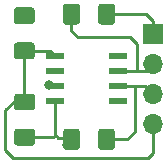
<source format=gbr>
G04 #@! TF.GenerationSoftware,KiCad,Pcbnew,5.0.1-33cea8e~68~ubuntu18.04.1*
G04 #@! TF.CreationDate,2018-11-27T00:32:40+01:00*
G04 #@! TF.ProjectId,AS5600_moveo_2,4153353630305F6D6F76656F5F322E6B,rev?*
G04 #@! TF.SameCoordinates,Original*
G04 #@! TF.FileFunction,Copper,L2,Bot,Signal*
G04 #@! TF.FilePolarity,Positive*
%FSLAX46Y46*%
G04 Gerber Fmt 4.6, Leading zero omitted, Abs format (unit mm)*
G04 Created by KiCad (PCBNEW 5.0.1-33cea8e~68~ubuntu18.04.1) date mar 27 nov 2018 00:32:40 CET*
%MOMM*%
%LPD*%
G01*
G04 APERTURE LIST*
G04 #@! TA.AperFunction,Conductor*
%ADD10C,0.100000*%
G04 #@! TD*
G04 #@! TA.AperFunction,SMDPad,CuDef*
%ADD11C,1.425000*%
G04 #@! TD*
G04 #@! TA.AperFunction,ComponentPad*
%ADD12R,1.700000X1.700000*%
G04 #@! TD*
G04 #@! TA.AperFunction,ComponentPad*
%ADD13O,1.700000X1.700000*%
G04 #@! TD*
G04 #@! TA.AperFunction,SMDPad,CuDef*
%ADD14R,1.550000X0.600000*%
G04 #@! TD*
G04 #@! TA.AperFunction,ViaPad*
%ADD15C,0.800000*%
G04 #@! TD*
G04 #@! TA.AperFunction,Conductor*
%ADD16C,0.250000*%
G04 #@! TD*
G04 APERTURE END LIST*
D10*
G04 #@! TO.N,GND*
G04 #@! TO.C,C1*
G36*
X143067304Y-85942304D02*
X143091573Y-85945904D01*
X143115371Y-85951865D01*
X143138471Y-85960130D01*
X143160649Y-85970620D01*
X143181693Y-85983233D01*
X143201398Y-85997847D01*
X143219577Y-86014323D01*
X143236053Y-86032502D01*
X143250667Y-86052207D01*
X143263280Y-86073251D01*
X143273770Y-86095429D01*
X143282035Y-86118529D01*
X143287996Y-86142327D01*
X143291596Y-86166596D01*
X143292800Y-86191100D01*
X143292800Y-87116100D01*
X143291596Y-87140604D01*
X143287996Y-87164873D01*
X143282035Y-87188671D01*
X143273770Y-87211771D01*
X143263280Y-87233949D01*
X143250667Y-87254993D01*
X143236053Y-87274698D01*
X143219577Y-87292877D01*
X143201398Y-87309353D01*
X143181693Y-87323967D01*
X143160649Y-87336580D01*
X143138471Y-87347070D01*
X143115371Y-87355335D01*
X143091573Y-87361296D01*
X143067304Y-87364896D01*
X143042800Y-87366100D01*
X141792800Y-87366100D01*
X141768296Y-87364896D01*
X141744027Y-87361296D01*
X141720229Y-87355335D01*
X141697129Y-87347070D01*
X141674951Y-87336580D01*
X141653907Y-87323967D01*
X141634202Y-87309353D01*
X141616023Y-87292877D01*
X141599547Y-87274698D01*
X141584933Y-87254993D01*
X141572320Y-87233949D01*
X141561830Y-87211771D01*
X141553565Y-87188671D01*
X141547604Y-87164873D01*
X141544004Y-87140604D01*
X141542800Y-87116100D01*
X141542800Y-86191100D01*
X141544004Y-86166596D01*
X141547604Y-86142327D01*
X141553565Y-86118529D01*
X141561830Y-86095429D01*
X141572320Y-86073251D01*
X141584933Y-86052207D01*
X141599547Y-86032502D01*
X141616023Y-86014323D01*
X141634202Y-85997847D01*
X141653907Y-85983233D01*
X141674951Y-85970620D01*
X141697129Y-85960130D01*
X141720229Y-85951865D01*
X141744027Y-85945904D01*
X141768296Y-85942304D01*
X141792800Y-85941100D01*
X143042800Y-85941100D01*
X143067304Y-85942304D01*
X143067304Y-85942304D01*
G37*
D11*
G04 #@! TD*
G04 #@! TO.P,C1,2*
G04 #@! TO.N,GND*
X142417800Y-86653600D03*
D10*
G04 #@! TO.N,5V*
G04 #@! TO.C,C1*
G36*
X143067304Y-88917304D02*
X143091573Y-88920904D01*
X143115371Y-88926865D01*
X143138471Y-88935130D01*
X143160649Y-88945620D01*
X143181693Y-88958233D01*
X143201398Y-88972847D01*
X143219577Y-88989323D01*
X143236053Y-89007502D01*
X143250667Y-89027207D01*
X143263280Y-89048251D01*
X143273770Y-89070429D01*
X143282035Y-89093529D01*
X143287996Y-89117327D01*
X143291596Y-89141596D01*
X143292800Y-89166100D01*
X143292800Y-90091100D01*
X143291596Y-90115604D01*
X143287996Y-90139873D01*
X143282035Y-90163671D01*
X143273770Y-90186771D01*
X143263280Y-90208949D01*
X143250667Y-90229993D01*
X143236053Y-90249698D01*
X143219577Y-90267877D01*
X143201398Y-90284353D01*
X143181693Y-90298967D01*
X143160649Y-90311580D01*
X143138471Y-90322070D01*
X143115371Y-90330335D01*
X143091573Y-90336296D01*
X143067304Y-90339896D01*
X143042800Y-90341100D01*
X141792800Y-90341100D01*
X141768296Y-90339896D01*
X141744027Y-90336296D01*
X141720229Y-90330335D01*
X141697129Y-90322070D01*
X141674951Y-90311580D01*
X141653907Y-90298967D01*
X141634202Y-90284353D01*
X141616023Y-90267877D01*
X141599547Y-90249698D01*
X141584933Y-90229993D01*
X141572320Y-90208949D01*
X141561830Y-90186771D01*
X141553565Y-90163671D01*
X141547604Y-90139873D01*
X141544004Y-90115604D01*
X141542800Y-90091100D01*
X141542800Y-89166100D01*
X141544004Y-89141596D01*
X141547604Y-89117327D01*
X141553565Y-89093529D01*
X141561830Y-89070429D01*
X141572320Y-89048251D01*
X141584933Y-89027207D01*
X141599547Y-89007502D01*
X141616023Y-88989323D01*
X141634202Y-88972847D01*
X141653907Y-88958233D01*
X141674951Y-88945620D01*
X141697129Y-88935130D01*
X141720229Y-88926865D01*
X141744027Y-88920904D01*
X141768296Y-88917304D01*
X141792800Y-88916100D01*
X143042800Y-88916100D01*
X143067304Y-88917304D01*
X143067304Y-88917304D01*
G37*
D11*
G04 #@! TD*
G04 #@! TO.P,C1,1*
G04 #@! TO.N,5V*
X142417800Y-89628600D03*
D10*
G04 #@! TO.N,GND*
G04 #@! TO.C,C2*
G36*
X143029204Y-81613304D02*
X143053473Y-81616904D01*
X143077271Y-81622865D01*
X143100371Y-81631130D01*
X143122549Y-81641620D01*
X143143593Y-81654233D01*
X143163298Y-81668847D01*
X143181477Y-81685323D01*
X143197953Y-81703502D01*
X143212567Y-81723207D01*
X143225180Y-81744251D01*
X143235670Y-81766429D01*
X143243935Y-81789529D01*
X143249896Y-81813327D01*
X143253496Y-81837596D01*
X143254700Y-81862100D01*
X143254700Y-82787100D01*
X143253496Y-82811604D01*
X143249896Y-82835873D01*
X143243935Y-82859671D01*
X143235670Y-82882771D01*
X143225180Y-82904949D01*
X143212567Y-82925993D01*
X143197953Y-82945698D01*
X143181477Y-82963877D01*
X143163298Y-82980353D01*
X143143593Y-82994967D01*
X143122549Y-83007580D01*
X143100371Y-83018070D01*
X143077271Y-83026335D01*
X143053473Y-83032296D01*
X143029204Y-83035896D01*
X143004700Y-83037100D01*
X141754700Y-83037100D01*
X141730196Y-83035896D01*
X141705927Y-83032296D01*
X141682129Y-83026335D01*
X141659029Y-83018070D01*
X141636851Y-83007580D01*
X141615807Y-82994967D01*
X141596102Y-82980353D01*
X141577923Y-82963877D01*
X141561447Y-82945698D01*
X141546833Y-82925993D01*
X141534220Y-82904949D01*
X141523730Y-82882771D01*
X141515465Y-82859671D01*
X141509504Y-82835873D01*
X141505904Y-82811604D01*
X141504700Y-82787100D01*
X141504700Y-81862100D01*
X141505904Y-81837596D01*
X141509504Y-81813327D01*
X141515465Y-81789529D01*
X141523730Y-81766429D01*
X141534220Y-81744251D01*
X141546833Y-81723207D01*
X141561447Y-81703502D01*
X141577923Y-81685323D01*
X141596102Y-81668847D01*
X141615807Y-81654233D01*
X141636851Y-81641620D01*
X141659029Y-81631130D01*
X141682129Y-81622865D01*
X141705927Y-81616904D01*
X141730196Y-81613304D01*
X141754700Y-81612100D01*
X143004700Y-81612100D01*
X143029204Y-81613304D01*
X143029204Y-81613304D01*
G37*
D11*
G04 #@! TD*
G04 #@! TO.P,C2,2*
G04 #@! TO.N,GND*
X142379700Y-82324600D03*
D10*
G04 #@! TO.N,+3V3*
G04 #@! TO.C,C2*
G36*
X143029204Y-78638304D02*
X143053473Y-78641904D01*
X143077271Y-78647865D01*
X143100371Y-78656130D01*
X143122549Y-78666620D01*
X143143593Y-78679233D01*
X143163298Y-78693847D01*
X143181477Y-78710323D01*
X143197953Y-78728502D01*
X143212567Y-78748207D01*
X143225180Y-78769251D01*
X143235670Y-78791429D01*
X143243935Y-78814529D01*
X143249896Y-78838327D01*
X143253496Y-78862596D01*
X143254700Y-78887100D01*
X143254700Y-79812100D01*
X143253496Y-79836604D01*
X143249896Y-79860873D01*
X143243935Y-79884671D01*
X143235670Y-79907771D01*
X143225180Y-79929949D01*
X143212567Y-79950993D01*
X143197953Y-79970698D01*
X143181477Y-79988877D01*
X143163298Y-80005353D01*
X143143593Y-80019967D01*
X143122549Y-80032580D01*
X143100371Y-80043070D01*
X143077271Y-80051335D01*
X143053473Y-80057296D01*
X143029204Y-80060896D01*
X143004700Y-80062100D01*
X141754700Y-80062100D01*
X141730196Y-80060896D01*
X141705927Y-80057296D01*
X141682129Y-80051335D01*
X141659029Y-80043070D01*
X141636851Y-80032580D01*
X141615807Y-80019967D01*
X141596102Y-80005353D01*
X141577923Y-79988877D01*
X141561447Y-79970698D01*
X141546833Y-79950993D01*
X141534220Y-79929949D01*
X141523730Y-79907771D01*
X141515465Y-79884671D01*
X141509504Y-79860873D01*
X141505904Y-79836604D01*
X141504700Y-79812100D01*
X141504700Y-78887100D01*
X141505904Y-78862596D01*
X141509504Y-78838327D01*
X141515465Y-78814529D01*
X141523730Y-78791429D01*
X141534220Y-78769251D01*
X141546833Y-78748207D01*
X141561447Y-78728502D01*
X141577923Y-78710323D01*
X141596102Y-78693847D01*
X141615807Y-78679233D01*
X141636851Y-78666620D01*
X141659029Y-78656130D01*
X141682129Y-78647865D01*
X141705927Y-78641904D01*
X141730196Y-78638304D01*
X141754700Y-78637100D01*
X143004700Y-78637100D01*
X143029204Y-78638304D01*
X143029204Y-78638304D01*
G37*
D11*
G04 #@! TD*
G04 #@! TO.P,C2,1*
G04 #@! TO.N,+3V3*
X142379700Y-79349600D03*
D12*
G04 #@! TO.P,J1,1*
G04 #@! TO.N,5V*
X153276300Y-80886300D03*
D13*
G04 #@! TO.P,J1,2*
G04 #@! TO.N,SDA*
X153276300Y-83426300D03*
G04 #@! TO.P,J1,3*
G04 #@! TO.N,SCL*
X153276300Y-85966300D03*
G04 #@! TO.P,J1,4*
G04 #@! TO.N,GND*
X153276300Y-88506300D03*
G04 #@! TD*
D10*
G04 #@! TO.N,SCL*
G04 #@! TO.C,R1*
G36*
X149840604Y-88940604D02*
X149864873Y-88944204D01*
X149888671Y-88950165D01*
X149911771Y-88958430D01*
X149933949Y-88968920D01*
X149954993Y-88981533D01*
X149974698Y-88996147D01*
X149992877Y-89012623D01*
X150009353Y-89030802D01*
X150023967Y-89050507D01*
X150036580Y-89071551D01*
X150047070Y-89093729D01*
X150055335Y-89116829D01*
X150061296Y-89140627D01*
X150064896Y-89164896D01*
X150066100Y-89189400D01*
X150066100Y-90439400D01*
X150064896Y-90463904D01*
X150061296Y-90488173D01*
X150055335Y-90511971D01*
X150047070Y-90535071D01*
X150036580Y-90557249D01*
X150023967Y-90578293D01*
X150009353Y-90597998D01*
X149992877Y-90616177D01*
X149974698Y-90632653D01*
X149954993Y-90647267D01*
X149933949Y-90659880D01*
X149911771Y-90670370D01*
X149888671Y-90678635D01*
X149864873Y-90684596D01*
X149840604Y-90688196D01*
X149816100Y-90689400D01*
X148891100Y-90689400D01*
X148866596Y-90688196D01*
X148842327Y-90684596D01*
X148818529Y-90678635D01*
X148795429Y-90670370D01*
X148773251Y-90659880D01*
X148752207Y-90647267D01*
X148732502Y-90632653D01*
X148714323Y-90616177D01*
X148697847Y-90597998D01*
X148683233Y-90578293D01*
X148670620Y-90557249D01*
X148660130Y-90535071D01*
X148651865Y-90511971D01*
X148645904Y-90488173D01*
X148642304Y-90463904D01*
X148641100Y-90439400D01*
X148641100Y-89189400D01*
X148642304Y-89164896D01*
X148645904Y-89140627D01*
X148651865Y-89116829D01*
X148660130Y-89093729D01*
X148670620Y-89071551D01*
X148683233Y-89050507D01*
X148697847Y-89030802D01*
X148714323Y-89012623D01*
X148732502Y-88996147D01*
X148752207Y-88981533D01*
X148773251Y-88968920D01*
X148795429Y-88958430D01*
X148818529Y-88950165D01*
X148842327Y-88944204D01*
X148866596Y-88940604D01*
X148891100Y-88939400D01*
X149816100Y-88939400D01*
X149840604Y-88940604D01*
X149840604Y-88940604D01*
G37*
D11*
G04 #@! TD*
G04 #@! TO.P,R1,2*
G04 #@! TO.N,SCL*
X149353600Y-89814400D03*
D10*
G04 #@! TO.N,5V*
G04 #@! TO.C,R1*
G36*
X146865604Y-88940604D02*
X146889873Y-88944204D01*
X146913671Y-88950165D01*
X146936771Y-88958430D01*
X146958949Y-88968920D01*
X146979993Y-88981533D01*
X146999698Y-88996147D01*
X147017877Y-89012623D01*
X147034353Y-89030802D01*
X147048967Y-89050507D01*
X147061580Y-89071551D01*
X147072070Y-89093729D01*
X147080335Y-89116829D01*
X147086296Y-89140627D01*
X147089896Y-89164896D01*
X147091100Y-89189400D01*
X147091100Y-90439400D01*
X147089896Y-90463904D01*
X147086296Y-90488173D01*
X147080335Y-90511971D01*
X147072070Y-90535071D01*
X147061580Y-90557249D01*
X147048967Y-90578293D01*
X147034353Y-90597998D01*
X147017877Y-90616177D01*
X146999698Y-90632653D01*
X146979993Y-90647267D01*
X146958949Y-90659880D01*
X146936771Y-90670370D01*
X146913671Y-90678635D01*
X146889873Y-90684596D01*
X146865604Y-90688196D01*
X146841100Y-90689400D01*
X145916100Y-90689400D01*
X145891596Y-90688196D01*
X145867327Y-90684596D01*
X145843529Y-90678635D01*
X145820429Y-90670370D01*
X145798251Y-90659880D01*
X145777207Y-90647267D01*
X145757502Y-90632653D01*
X145739323Y-90616177D01*
X145722847Y-90597998D01*
X145708233Y-90578293D01*
X145695620Y-90557249D01*
X145685130Y-90535071D01*
X145676865Y-90511971D01*
X145670904Y-90488173D01*
X145667304Y-90463904D01*
X145666100Y-90439400D01*
X145666100Y-89189400D01*
X145667304Y-89164896D01*
X145670904Y-89140627D01*
X145676865Y-89116829D01*
X145685130Y-89093729D01*
X145695620Y-89071551D01*
X145708233Y-89050507D01*
X145722847Y-89030802D01*
X145739323Y-89012623D01*
X145757502Y-88996147D01*
X145777207Y-88981533D01*
X145798251Y-88968920D01*
X145820429Y-88958430D01*
X145843529Y-88950165D01*
X145867327Y-88944204D01*
X145891596Y-88940604D01*
X145916100Y-88939400D01*
X146841100Y-88939400D01*
X146865604Y-88940604D01*
X146865604Y-88940604D01*
G37*
D11*
G04 #@! TD*
G04 #@! TO.P,R1,1*
G04 #@! TO.N,5V*
X146378600Y-89814400D03*
D10*
G04 #@! TO.N,SDA*
G04 #@! TO.C,R2*
G36*
X146865604Y-78348804D02*
X146889873Y-78352404D01*
X146913671Y-78358365D01*
X146936771Y-78366630D01*
X146958949Y-78377120D01*
X146979993Y-78389733D01*
X146999698Y-78404347D01*
X147017877Y-78420823D01*
X147034353Y-78439002D01*
X147048967Y-78458707D01*
X147061580Y-78479751D01*
X147072070Y-78501929D01*
X147080335Y-78525029D01*
X147086296Y-78548827D01*
X147089896Y-78573096D01*
X147091100Y-78597600D01*
X147091100Y-79847600D01*
X147089896Y-79872104D01*
X147086296Y-79896373D01*
X147080335Y-79920171D01*
X147072070Y-79943271D01*
X147061580Y-79965449D01*
X147048967Y-79986493D01*
X147034353Y-80006198D01*
X147017877Y-80024377D01*
X146999698Y-80040853D01*
X146979993Y-80055467D01*
X146958949Y-80068080D01*
X146936771Y-80078570D01*
X146913671Y-80086835D01*
X146889873Y-80092796D01*
X146865604Y-80096396D01*
X146841100Y-80097600D01*
X145916100Y-80097600D01*
X145891596Y-80096396D01*
X145867327Y-80092796D01*
X145843529Y-80086835D01*
X145820429Y-80078570D01*
X145798251Y-80068080D01*
X145777207Y-80055467D01*
X145757502Y-80040853D01*
X145739323Y-80024377D01*
X145722847Y-80006198D01*
X145708233Y-79986493D01*
X145695620Y-79965449D01*
X145685130Y-79943271D01*
X145676865Y-79920171D01*
X145670904Y-79896373D01*
X145667304Y-79872104D01*
X145666100Y-79847600D01*
X145666100Y-78597600D01*
X145667304Y-78573096D01*
X145670904Y-78548827D01*
X145676865Y-78525029D01*
X145685130Y-78501929D01*
X145695620Y-78479751D01*
X145708233Y-78458707D01*
X145722847Y-78439002D01*
X145739323Y-78420823D01*
X145757502Y-78404347D01*
X145777207Y-78389733D01*
X145798251Y-78377120D01*
X145820429Y-78366630D01*
X145843529Y-78358365D01*
X145867327Y-78352404D01*
X145891596Y-78348804D01*
X145916100Y-78347600D01*
X146841100Y-78347600D01*
X146865604Y-78348804D01*
X146865604Y-78348804D01*
G37*
D11*
G04 #@! TD*
G04 #@! TO.P,R2,2*
G04 #@! TO.N,SDA*
X146378600Y-79222600D03*
D10*
G04 #@! TO.N,5V*
G04 #@! TO.C,R2*
G36*
X149840604Y-78348804D02*
X149864873Y-78352404D01*
X149888671Y-78358365D01*
X149911771Y-78366630D01*
X149933949Y-78377120D01*
X149954993Y-78389733D01*
X149974698Y-78404347D01*
X149992877Y-78420823D01*
X150009353Y-78439002D01*
X150023967Y-78458707D01*
X150036580Y-78479751D01*
X150047070Y-78501929D01*
X150055335Y-78525029D01*
X150061296Y-78548827D01*
X150064896Y-78573096D01*
X150066100Y-78597600D01*
X150066100Y-79847600D01*
X150064896Y-79872104D01*
X150061296Y-79896373D01*
X150055335Y-79920171D01*
X150047070Y-79943271D01*
X150036580Y-79965449D01*
X150023967Y-79986493D01*
X150009353Y-80006198D01*
X149992877Y-80024377D01*
X149974698Y-80040853D01*
X149954993Y-80055467D01*
X149933949Y-80068080D01*
X149911771Y-80078570D01*
X149888671Y-80086835D01*
X149864873Y-80092796D01*
X149840604Y-80096396D01*
X149816100Y-80097600D01*
X148891100Y-80097600D01*
X148866596Y-80096396D01*
X148842327Y-80092796D01*
X148818529Y-80086835D01*
X148795429Y-80078570D01*
X148773251Y-80068080D01*
X148752207Y-80055467D01*
X148732502Y-80040853D01*
X148714323Y-80024377D01*
X148697847Y-80006198D01*
X148683233Y-79986493D01*
X148670620Y-79965449D01*
X148660130Y-79943271D01*
X148651865Y-79920171D01*
X148645904Y-79896373D01*
X148642304Y-79872104D01*
X148641100Y-79847600D01*
X148641100Y-78597600D01*
X148642304Y-78573096D01*
X148645904Y-78548827D01*
X148651865Y-78525029D01*
X148660130Y-78501929D01*
X148670620Y-78479751D01*
X148683233Y-78458707D01*
X148697847Y-78439002D01*
X148714323Y-78420823D01*
X148732502Y-78404347D01*
X148752207Y-78389733D01*
X148773251Y-78377120D01*
X148795429Y-78366630D01*
X148818529Y-78358365D01*
X148842327Y-78352404D01*
X148866596Y-78348804D01*
X148891100Y-78347600D01*
X149816100Y-78347600D01*
X149840604Y-78348804D01*
X149840604Y-78348804D01*
G37*
D11*
G04 #@! TD*
G04 #@! TO.P,R2,1*
G04 #@! TO.N,5V*
X149353600Y-79222600D03*
D14*
G04 #@! TO.P,U1,1*
G04 #@! TO.N,5V*
X144962900Y-86537800D03*
G04 #@! TO.P,U1,2*
G04 #@! TO.N,+3V3*
X144962900Y-85267800D03*
G04 #@! TO.P,U1,3*
G04 #@! TO.N,N/C*
X144962900Y-83997800D03*
G04 #@! TO.P,U1,4*
G04 #@! TO.N,GND*
X144962900Y-82727800D03*
G04 #@! TO.P,U1,5*
G04 #@! TO.N,N/C*
X150362900Y-82727800D03*
G04 #@! TO.P,U1,6*
G04 #@! TO.N,SDA*
X150362900Y-83997800D03*
G04 #@! TO.P,U1,7*
G04 #@! TO.N,SCL*
X150362900Y-85267800D03*
G04 #@! TO.P,U1,8*
G04 #@! TO.N,N/C*
X150362900Y-86537800D03*
G04 #@! TD*
D15*
G04 #@! TO.N,5V*
X145973800Y-90271600D03*
G04 #@! TO.N,+3V3*
X144437100Y-85242400D03*
X141973300Y-78994000D03*
G04 #@! TD*
D16*
G04 #@! TO.N,5V*
X153276300Y-79786300D02*
X153276300Y-80886300D01*
X152712600Y-79222600D02*
X153276300Y-79786300D01*
X149353600Y-79222600D02*
X152712600Y-79222600D01*
X144962900Y-89517200D02*
X144962900Y-87087800D01*
X144962900Y-87087800D02*
X144962900Y-86537800D01*
X142417800Y-89628600D02*
X144851500Y-89628600D01*
X144851500Y-89628600D02*
X144962900Y-89517200D01*
X145249900Y-89674700D02*
X146238900Y-89674700D01*
X146238900Y-89674700D02*
X146378600Y-89814400D01*
X144962900Y-86537800D02*
X144962900Y-89387700D01*
X144962900Y-89387700D02*
X145249900Y-89674700D01*
G04 #@! TO.N,GND*
X144559700Y-82324600D02*
X144962900Y-82727800D01*
X142379700Y-82324600D02*
X144559700Y-82324600D01*
X142379700Y-86615500D02*
X142417800Y-86653600D01*
X142379700Y-82324600D02*
X142379700Y-86615500D01*
X141501900Y-86653600D02*
X142417800Y-86653600D01*
X153276300Y-90932000D02*
X152844500Y-91363800D01*
X153276300Y-88506300D02*
X153276300Y-90932000D01*
X152844500Y-91363800D02*
X141452600Y-91363800D01*
X141452600Y-91363800D02*
X140792200Y-90703400D01*
X140792200Y-87363300D02*
X141501900Y-86653600D01*
X140792200Y-90703400D02*
X140792200Y-87363300D01*
G04 #@! TO.N,SDA*
X152704800Y-83997800D02*
X153276300Y-83426300D01*
X150362900Y-83997800D02*
X151917400Y-83997800D01*
X151917400Y-83997800D02*
X152704800Y-83997800D01*
X151917400Y-81775300D02*
X151917400Y-83997800D01*
X151333200Y-81191100D02*
X151917400Y-81775300D01*
X146926300Y-81191100D02*
X151333200Y-81191100D01*
X146378600Y-79222600D02*
X146378600Y-80643400D01*
X146378600Y-80643400D02*
X146926300Y-81191100D01*
G04 #@! TO.N,SCL*
X152577800Y-85267800D02*
X153276300Y-85966300D01*
X150362900Y-85267800D02*
X151752300Y-85267800D01*
X151752300Y-85267800D02*
X152577800Y-85267800D01*
X151752300Y-89154000D02*
X151752300Y-85267800D01*
X149353600Y-89814400D02*
X151091900Y-89814400D01*
X151091900Y-89814400D02*
X151752300Y-89154000D01*
G04 #@! TD*
M02*

</source>
